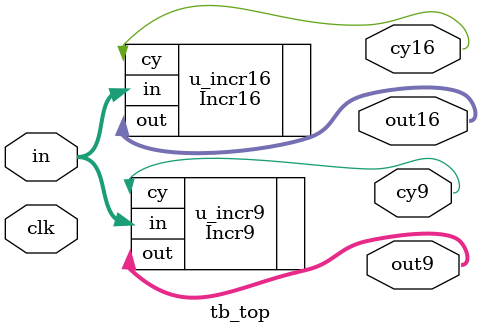
<source format=sv>
/* Fast Incrementor TB.
 * Author: Igor Lesik 2019
 *
 */



/* Verilog TB top module.
 *
 * External C-TB drives the inputs and checks the outputs.
 */
module tb_top(
    input   wire        clk,
    input   wire [31:0] in,
    output  wire [8:0]  out9,
    output  wire        cy9,
    output  wire [15:0] out16,
    output  wire        cy16
);

Incr9  u_incr9 (.in(in), .out(out9),  .cy(cy9));
Incr16 u_incr16(.in(in), .out(out16), .cy(cy16));

endmodule: tb_top

</source>
